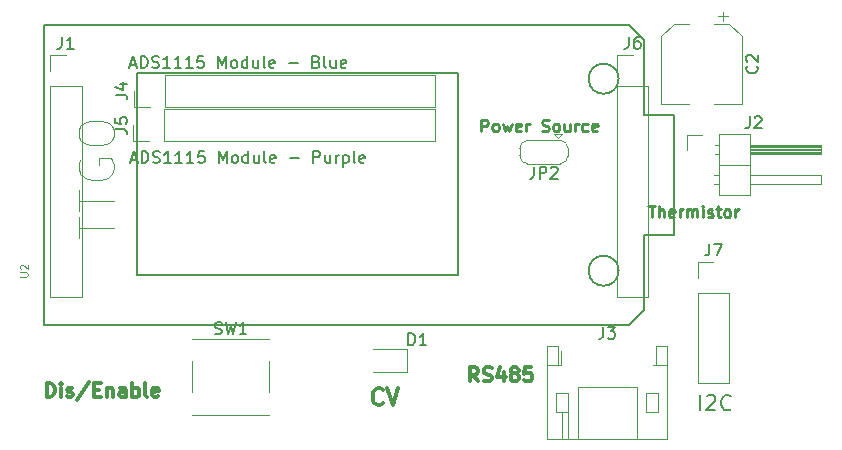
<source format=gbr>
%TF.GenerationSoftware,KiCad,Pcbnew,5.1.10*%
%TF.CreationDate,2021-11-02T12:22:44+00:00*%
%TF.ProjectId,BST900-ESP32,42535439-3030-42d4-9553-5033322e6b69,0.3*%
%TF.SameCoordinates,Original*%
%TF.FileFunction,Legend,Top*%
%TF.FilePolarity,Positive*%
%FSLAX46Y46*%
G04 Gerber Fmt 4.6, Leading zero omitted, Abs format (unit mm)*
G04 Created by KiCad (PCBNEW 5.1.10) date 2021-11-02 12:22:44*
%MOMM*%
%LPD*%
G01*
G04 APERTURE LIST*
%ADD10C,0.150000*%
%ADD11C,0.200000*%
%ADD12C,0.220000*%
%ADD13C,0.300000*%
%ADD14C,0.120000*%
%ADD15C,0.127000*%
%ADD16C,0.015000*%
G04 APERTURE END LIST*
D10*
X169205952Y-96188095D02*
X169205952Y-94888095D01*
X169763095Y-95011904D02*
X169825000Y-94950000D01*
X169948809Y-94888095D01*
X170258333Y-94888095D01*
X170382142Y-94950000D01*
X170444047Y-95011904D01*
X170505952Y-95135714D01*
X170505952Y-95259523D01*
X170444047Y-95445238D01*
X169701190Y-96188095D01*
X170505952Y-96188095D01*
X171805952Y-96064285D02*
X171744047Y-96126190D01*
X171558333Y-96188095D01*
X171434523Y-96188095D01*
X171248809Y-96126190D01*
X171125000Y-96002380D01*
X171063095Y-95878571D01*
X171001190Y-95630952D01*
X171001190Y-95445238D01*
X171063095Y-95197619D01*
X171125000Y-95073809D01*
X171248809Y-94950000D01*
X171434523Y-94888095D01*
X171558333Y-94888095D01*
X171744047Y-94950000D01*
X171805952Y-95011904D01*
D11*
X121020238Y-74966666D02*
X121496428Y-74966666D01*
X120925000Y-75252380D02*
X121258333Y-74252380D01*
X121591666Y-75252380D01*
X121925000Y-75252380D02*
X121925000Y-74252380D01*
X122163095Y-74252380D01*
X122305952Y-74300000D01*
X122401190Y-74395238D01*
X122448809Y-74490476D01*
X122496428Y-74680952D01*
X122496428Y-74823809D01*
X122448809Y-75014285D01*
X122401190Y-75109523D01*
X122305952Y-75204761D01*
X122163095Y-75252380D01*
X121925000Y-75252380D01*
X122877380Y-75204761D02*
X123020238Y-75252380D01*
X123258333Y-75252380D01*
X123353571Y-75204761D01*
X123401190Y-75157142D01*
X123448809Y-75061904D01*
X123448809Y-74966666D01*
X123401190Y-74871428D01*
X123353571Y-74823809D01*
X123258333Y-74776190D01*
X123067857Y-74728571D01*
X122972619Y-74680952D01*
X122925000Y-74633333D01*
X122877380Y-74538095D01*
X122877380Y-74442857D01*
X122925000Y-74347619D01*
X122972619Y-74300000D01*
X123067857Y-74252380D01*
X123305952Y-74252380D01*
X123448809Y-74300000D01*
X124401190Y-75252380D02*
X123829761Y-75252380D01*
X124115476Y-75252380D02*
X124115476Y-74252380D01*
X124020238Y-74395238D01*
X123925000Y-74490476D01*
X123829761Y-74538095D01*
X125353571Y-75252380D02*
X124782142Y-75252380D01*
X125067857Y-75252380D02*
X125067857Y-74252380D01*
X124972619Y-74395238D01*
X124877380Y-74490476D01*
X124782142Y-74538095D01*
X126305952Y-75252380D02*
X125734523Y-75252380D01*
X126020238Y-75252380D02*
X126020238Y-74252380D01*
X125925000Y-74395238D01*
X125829761Y-74490476D01*
X125734523Y-74538095D01*
X127210714Y-74252380D02*
X126734523Y-74252380D01*
X126686904Y-74728571D01*
X126734523Y-74680952D01*
X126829761Y-74633333D01*
X127067857Y-74633333D01*
X127163095Y-74680952D01*
X127210714Y-74728571D01*
X127258333Y-74823809D01*
X127258333Y-75061904D01*
X127210714Y-75157142D01*
X127163095Y-75204761D01*
X127067857Y-75252380D01*
X126829761Y-75252380D01*
X126734523Y-75204761D01*
X126686904Y-75157142D01*
X128448809Y-75252380D02*
X128448809Y-74252380D01*
X128782142Y-74966666D01*
X129115476Y-74252380D01*
X129115476Y-75252380D01*
X129734523Y-75252380D02*
X129639285Y-75204761D01*
X129591666Y-75157142D01*
X129544047Y-75061904D01*
X129544047Y-74776190D01*
X129591666Y-74680952D01*
X129639285Y-74633333D01*
X129734523Y-74585714D01*
X129877380Y-74585714D01*
X129972619Y-74633333D01*
X130020238Y-74680952D01*
X130067857Y-74776190D01*
X130067857Y-75061904D01*
X130020238Y-75157142D01*
X129972619Y-75204761D01*
X129877380Y-75252380D01*
X129734523Y-75252380D01*
X130925000Y-75252380D02*
X130925000Y-74252380D01*
X130925000Y-75204761D02*
X130829761Y-75252380D01*
X130639285Y-75252380D01*
X130544047Y-75204761D01*
X130496428Y-75157142D01*
X130448809Y-75061904D01*
X130448809Y-74776190D01*
X130496428Y-74680952D01*
X130544047Y-74633333D01*
X130639285Y-74585714D01*
X130829761Y-74585714D01*
X130925000Y-74633333D01*
X131829761Y-74585714D02*
X131829761Y-75252380D01*
X131401190Y-74585714D02*
X131401190Y-75109523D01*
X131448809Y-75204761D01*
X131544047Y-75252380D01*
X131686904Y-75252380D01*
X131782142Y-75204761D01*
X131829761Y-75157142D01*
X132448809Y-75252380D02*
X132353571Y-75204761D01*
X132305952Y-75109523D01*
X132305952Y-74252380D01*
X133210714Y-75204761D02*
X133115476Y-75252380D01*
X132925000Y-75252380D01*
X132829761Y-75204761D01*
X132782142Y-75109523D01*
X132782142Y-74728571D01*
X132829761Y-74633333D01*
X132925000Y-74585714D01*
X133115476Y-74585714D01*
X133210714Y-74633333D01*
X133258333Y-74728571D01*
X133258333Y-74823809D01*
X132782142Y-74919047D01*
X134448809Y-74871428D02*
X135210714Y-74871428D01*
X136448809Y-75252380D02*
X136448809Y-74252380D01*
X136829761Y-74252380D01*
X136925000Y-74300000D01*
X136972619Y-74347619D01*
X137020238Y-74442857D01*
X137020238Y-74585714D01*
X136972619Y-74680952D01*
X136925000Y-74728571D01*
X136829761Y-74776190D01*
X136448809Y-74776190D01*
X137877380Y-74585714D02*
X137877380Y-75252380D01*
X137448809Y-74585714D02*
X137448809Y-75109523D01*
X137496428Y-75204761D01*
X137591666Y-75252380D01*
X137734523Y-75252380D01*
X137829761Y-75204761D01*
X137877380Y-75157142D01*
X138353571Y-75252380D02*
X138353571Y-74585714D01*
X138353571Y-74776190D02*
X138401190Y-74680952D01*
X138448809Y-74633333D01*
X138544047Y-74585714D01*
X138639285Y-74585714D01*
X138972619Y-74585714D02*
X138972619Y-75585714D01*
X138972619Y-74633333D02*
X139067857Y-74585714D01*
X139258333Y-74585714D01*
X139353571Y-74633333D01*
X139401190Y-74680952D01*
X139448809Y-74776190D01*
X139448809Y-75061904D01*
X139401190Y-75157142D01*
X139353571Y-75204761D01*
X139258333Y-75252380D01*
X139067857Y-75252380D01*
X138972619Y-75204761D01*
X140020238Y-75252380D02*
X139925000Y-75204761D01*
X139877380Y-75109523D01*
X139877380Y-74252380D01*
X140782142Y-75204761D02*
X140686904Y-75252380D01*
X140496428Y-75252380D01*
X140401190Y-75204761D01*
X140353571Y-75109523D01*
X140353571Y-74728571D01*
X140401190Y-74633333D01*
X140496428Y-74585714D01*
X140686904Y-74585714D01*
X140782142Y-74633333D01*
X140829761Y-74728571D01*
X140829761Y-74823809D01*
X140353571Y-74919047D01*
X120957142Y-66916666D02*
X121433333Y-66916666D01*
X120861904Y-67202380D02*
X121195238Y-66202380D01*
X121528571Y-67202380D01*
X121861904Y-67202380D02*
X121861904Y-66202380D01*
X122100000Y-66202380D01*
X122242857Y-66250000D01*
X122338095Y-66345238D01*
X122385714Y-66440476D01*
X122433333Y-66630952D01*
X122433333Y-66773809D01*
X122385714Y-66964285D01*
X122338095Y-67059523D01*
X122242857Y-67154761D01*
X122100000Y-67202380D01*
X121861904Y-67202380D01*
X122814285Y-67154761D02*
X122957142Y-67202380D01*
X123195238Y-67202380D01*
X123290476Y-67154761D01*
X123338095Y-67107142D01*
X123385714Y-67011904D01*
X123385714Y-66916666D01*
X123338095Y-66821428D01*
X123290476Y-66773809D01*
X123195238Y-66726190D01*
X123004761Y-66678571D01*
X122909523Y-66630952D01*
X122861904Y-66583333D01*
X122814285Y-66488095D01*
X122814285Y-66392857D01*
X122861904Y-66297619D01*
X122909523Y-66250000D01*
X123004761Y-66202380D01*
X123242857Y-66202380D01*
X123385714Y-66250000D01*
X124338095Y-67202380D02*
X123766666Y-67202380D01*
X124052380Y-67202380D02*
X124052380Y-66202380D01*
X123957142Y-66345238D01*
X123861904Y-66440476D01*
X123766666Y-66488095D01*
X125290476Y-67202380D02*
X124719047Y-67202380D01*
X125004761Y-67202380D02*
X125004761Y-66202380D01*
X124909523Y-66345238D01*
X124814285Y-66440476D01*
X124719047Y-66488095D01*
X126242857Y-67202380D02*
X125671428Y-67202380D01*
X125957142Y-67202380D02*
X125957142Y-66202380D01*
X125861904Y-66345238D01*
X125766666Y-66440476D01*
X125671428Y-66488095D01*
X127147619Y-66202380D02*
X126671428Y-66202380D01*
X126623809Y-66678571D01*
X126671428Y-66630952D01*
X126766666Y-66583333D01*
X127004761Y-66583333D01*
X127100000Y-66630952D01*
X127147619Y-66678571D01*
X127195238Y-66773809D01*
X127195238Y-67011904D01*
X127147619Y-67107142D01*
X127100000Y-67154761D01*
X127004761Y-67202380D01*
X126766666Y-67202380D01*
X126671428Y-67154761D01*
X126623809Y-67107142D01*
X128385714Y-67202380D02*
X128385714Y-66202380D01*
X128719047Y-66916666D01*
X129052380Y-66202380D01*
X129052380Y-67202380D01*
X129671428Y-67202380D02*
X129576190Y-67154761D01*
X129528571Y-67107142D01*
X129480952Y-67011904D01*
X129480952Y-66726190D01*
X129528571Y-66630952D01*
X129576190Y-66583333D01*
X129671428Y-66535714D01*
X129814285Y-66535714D01*
X129909523Y-66583333D01*
X129957142Y-66630952D01*
X130004761Y-66726190D01*
X130004761Y-67011904D01*
X129957142Y-67107142D01*
X129909523Y-67154761D01*
X129814285Y-67202380D01*
X129671428Y-67202380D01*
X130861904Y-67202380D02*
X130861904Y-66202380D01*
X130861904Y-67154761D02*
X130766666Y-67202380D01*
X130576190Y-67202380D01*
X130480952Y-67154761D01*
X130433333Y-67107142D01*
X130385714Y-67011904D01*
X130385714Y-66726190D01*
X130433333Y-66630952D01*
X130480952Y-66583333D01*
X130576190Y-66535714D01*
X130766666Y-66535714D01*
X130861904Y-66583333D01*
X131766666Y-66535714D02*
X131766666Y-67202380D01*
X131338095Y-66535714D02*
X131338095Y-67059523D01*
X131385714Y-67154761D01*
X131480952Y-67202380D01*
X131623809Y-67202380D01*
X131719047Y-67154761D01*
X131766666Y-67107142D01*
X132385714Y-67202380D02*
X132290476Y-67154761D01*
X132242857Y-67059523D01*
X132242857Y-66202380D01*
X133147619Y-67154761D02*
X133052380Y-67202380D01*
X132861904Y-67202380D01*
X132766666Y-67154761D01*
X132719047Y-67059523D01*
X132719047Y-66678571D01*
X132766666Y-66583333D01*
X132861904Y-66535714D01*
X133052380Y-66535714D01*
X133147619Y-66583333D01*
X133195238Y-66678571D01*
X133195238Y-66773809D01*
X132719047Y-66869047D01*
X134385714Y-66821428D02*
X135147619Y-66821428D01*
X136719047Y-66678571D02*
X136861904Y-66726190D01*
X136909523Y-66773809D01*
X136957142Y-66869047D01*
X136957142Y-67011904D01*
X136909523Y-67107142D01*
X136861904Y-67154761D01*
X136766666Y-67202380D01*
X136385714Y-67202380D01*
X136385714Y-66202380D01*
X136719047Y-66202380D01*
X136814285Y-66250000D01*
X136861904Y-66297619D01*
X136909523Y-66392857D01*
X136909523Y-66488095D01*
X136861904Y-66583333D01*
X136814285Y-66630952D01*
X136719047Y-66678571D01*
X136385714Y-66678571D01*
X137528571Y-67202380D02*
X137433333Y-67154761D01*
X137385714Y-67059523D01*
X137385714Y-66202380D01*
X138338095Y-66535714D02*
X138338095Y-67202380D01*
X137909523Y-66535714D02*
X137909523Y-67059523D01*
X137957142Y-67154761D01*
X138052380Y-67202380D01*
X138195238Y-67202380D01*
X138290476Y-67154761D01*
X138338095Y-67107142D01*
X139195238Y-67154761D02*
X139100000Y-67202380D01*
X138909523Y-67202380D01*
X138814285Y-67154761D01*
X138766666Y-67059523D01*
X138766666Y-66678571D01*
X138814285Y-66583333D01*
X138909523Y-66535714D01*
X139100000Y-66535714D01*
X139195238Y-66583333D01*
X139242857Y-66678571D01*
X139242857Y-66773809D01*
X138766666Y-66869047D01*
D12*
X164816666Y-78852380D02*
X165388095Y-78852380D01*
X165102380Y-79852380D02*
X165102380Y-78852380D01*
X165721428Y-79852380D02*
X165721428Y-78852380D01*
X166150000Y-79852380D02*
X166150000Y-79328571D01*
X166102380Y-79233333D01*
X166007142Y-79185714D01*
X165864285Y-79185714D01*
X165769047Y-79233333D01*
X165721428Y-79280952D01*
X167007142Y-79804761D02*
X166911904Y-79852380D01*
X166721428Y-79852380D01*
X166626190Y-79804761D01*
X166578571Y-79709523D01*
X166578571Y-79328571D01*
X166626190Y-79233333D01*
X166721428Y-79185714D01*
X166911904Y-79185714D01*
X167007142Y-79233333D01*
X167054761Y-79328571D01*
X167054761Y-79423809D01*
X166578571Y-79519047D01*
X167483333Y-79852380D02*
X167483333Y-79185714D01*
X167483333Y-79376190D02*
X167530952Y-79280952D01*
X167578571Y-79233333D01*
X167673809Y-79185714D01*
X167769047Y-79185714D01*
X168102380Y-79852380D02*
X168102380Y-79185714D01*
X168102380Y-79280952D02*
X168150000Y-79233333D01*
X168245238Y-79185714D01*
X168388095Y-79185714D01*
X168483333Y-79233333D01*
X168530952Y-79328571D01*
X168530952Y-79852380D01*
X168530952Y-79328571D02*
X168578571Y-79233333D01*
X168673809Y-79185714D01*
X168816666Y-79185714D01*
X168911904Y-79233333D01*
X168959523Y-79328571D01*
X168959523Y-79852380D01*
X169435714Y-79852380D02*
X169435714Y-79185714D01*
X169435714Y-78852380D02*
X169388095Y-78900000D01*
X169435714Y-78947619D01*
X169483333Y-78900000D01*
X169435714Y-78852380D01*
X169435714Y-78947619D01*
X169864285Y-79804761D02*
X169959523Y-79852380D01*
X170150000Y-79852380D01*
X170245238Y-79804761D01*
X170292857Y-79709523D01*
X170292857Y-79661904D01*
X170245238Y-79566666D01*
X170150000Y-79519047D01*
X170007142Y-79519047D01*
X169911904Y-79471428D01*
X169864285Y-79376190D01*
X169864285Y-79328571D01*
X169911904Y-79233333D01*
X170007142Y-79185714D01*
X170150000Y-79185714D01*
X170245238Y-79233333D01*
X170578571Y-79185714D02*
X170959523Y-79185714D01*
X170721428Y-78852380D02*
X170721428Y-79709523D01*
X170769047Y-79804761D01*
X170864285Y-79852380D01*
X170959523Y-79852380D01*
X171435714Y-79852380D02*
X171340476Y-79804761D01*
X171292857Y-79757142D01*
X171245238Y-79661904D01*
X171245238Y-79376190D01*
X171292857Y-79280952D01*
X171340476Y-79233333D01*
X171435714Y-79185714D01*
X171578571Y-79185714D01*
X171673809Y-79233333D01*
X171721428Y-79280952D01*
X171769047Y-79376190D01*
X171769047Y-79661904D01*
X171721428Y-79757142D01*
X171673809Y-79804761D01*
X171578571Y-79852380D01*
X171435714Y-79852380D01*
X172197619Y-79852380D02*
X172197619Y-79185714D01*
X172197619Y-79376190D02*
X172245238Y-79280952D01*
X172292857Y-79233333D01*
X172388095Y-79185714D01*
X172483333Y-79185714D01*
D13*
X113885714Y-95067857D02*
X113885714Y-93867857D01*
X114171428Y-93867857D01*
X114342857Y-93925000D01*
X114457142Y-94039285D01*
X114514285Y-94153571D01*
X114571428Y-94382142D01*
X114571428Y-94553571D01*
X114514285Y-94782142D01*
X114457142Y-94896428D01*
X114342857Y-95010714D01*
X114171428Y-95067857D01*
X113885714Y-95067857D01*
X115085714Y-95067857D02*
X115085714Y-94267857D01*
X115085714Y-93867857D02*
X115028571Y-93925000D01*
X115085714Y-93982142D01*
X115142857Y-93925000D01*
X115085714Y-93867857D01*
X115085714Y-93982142D01*
X115600000Y-95010714D02*
X115714285Y-95067857D01*
X115942857Y-95067857D01*
X116057142Y-95010714D01*
X116114285Y-94896428D01*
X116114285Y-94839285D01*
X116057142Y-94725000D01*
X115942857Y-94667857D01*
X115771428Y-94667857D01*
X115657142Y-94610714D01*
X115600000Y-94496428D01*
X115600000Y-94439285D01*
X115657142Y-94325000D01*
X115771428Y-94267857D01*
X115942857Y-94267857D01*
X116057142Y-94325000D01*
X117485714Y-93810714D02*
X116457142Y-95353571D01*
X117885714Y-94439285D02*
X118285714Y-94439285D01*
X118457142Y-95067857D02*
X117885714Y-95067857D01*
X117885714Y-93867857D01*
X118457142Y-93867857D01*
X118971428Y-94267857D02*
X118971428Y-95067857D01*
X118971428Y-94382142D02*
X119028571Y-94325000D01*
X119142857Y-94267857D01*
X119314285Y-94267857D01*
X119428571Y-94325000D01*
X119485714Y-94439285D01*
X119485714Y-95067857D01*
X120571428Y-95067857D02*
X120571428Y-94439285D01*
X120514285Y-94325000D01*
X120400000Y-94267857D01*
X120171428Y-94267857D01*
X120057142Y-94325000D01*
X120571428Y-95010714D02*
X120457142Y-95067857D01*
X120171428Y-95067857D01*
X120057142Y-95010714D01*
X120000000Y-94896428D01*
X120000000Y-94782142D01*
X120057142Y-94667857D01*
X120171428Y-94610714D01*
X120457142Y-94610714D01*
X120571428Y-94553571D01*
X121142857Y-95067857D02*
X121142857Y-93867857D01*
X121142857Y-94325000D02*
X121257142Y-94267857D01*
X121485714Y-94267857D01*
X121600000Y-94325000D01*
X121657142Y-94382142D01*
X121714285Y-94496428D01*
X121714285Y-94839285D01*
X121657142Y-94953571D01*
X121600000Y-95010714D01*
X121485714Y-95067857D01*
X121257142Y-95067857D01*
X121142857Y-95010714D01*
X122400000Y-95067857D02*
X122285714Y-95010714D01*
X122228571Y-94896428D01*
X122228571Y-93867857D01*
X123314285Y-95010714D02*
X123200000Y-95067857D01*
X122971428Y-95067857D01*
X122857142Y-95010714D01*
X122800000Y-94896428D01*
X122800000Y-94439285D01*
X122857142Y-94325000D01*
X122971428Y-94267857D01*
X123200000Y-94267857D01*
X123314285Y-94325000D01*
X123371428Y-94439285D01*
X123371428Y-94553571D01*
X122800000Y-94667857D01*
X142333333Y-95600000D02*
X142266666Y-95666666D01*
X142066666Y-95733333D01*
X141933333Y-95733333D01*
X141733333Y-95666666D01*
X141600000Y-95533333D01*
X141533333Y-95400000D01*
X141466666Y-95133333D01*
X141466666Y-94933333D01*
X141533333Y-94666666D01*
X141600000Y-94533333D01*
X141733333Y-94400000D01*
X141933333Y-94333333D01*
X142066666Y-94333333D01*
X142266666Y-94400000D01*
X142333333Y-94466666D01*
X142733333Y-94333333D02*
X143200000Y-95733333D01*
X143666666Y-94333333D01*
X150410714Y-93742857D02*
X150010714Y-93171428D01*
X149725000Y-93742857D02*
X149725000Y-92542857D01*
X150182142Y-92542857D01*
X150296428Y-92600000D01*
X150353571Y-92657142D01*
X150410714Y-92771428D01*
X150410714Y-92942857D01*
X150353571Y-93057142D01*
X150296428Y-93114285D01*
X150182142Y-93171428D01*
X149725000Y-93171428D01*
X150867857Y-93685714D02*
X151039285Y-93742857D01*
X151325000Y-93742857D01*
X151439285Y-93685714D01*
X151496428Y-93628571D01*
X151553571Y-93514285D01*
X151553571Y-93400000D01*
X151496428Y-93285714D01*
X151439285Y-93228571D01*
X151325000Y-93171428D01*
X151096428Y-93114285D01*
X150982142Y-93057142D01*
X150925000Y-93000000D01*
X150867857Y-92885714D01*
X150867857Y-92771428D01*
X150925000Y-92657142D01*
X150982142Y-92600000D01*
X151096428Y-92542857D01*
X151382142Y-92542857D01*
X151553571Y-92600000D01*
X152582142Y-92942857D02*
X152582142Y-93742857D01*
X152296428Y-92485714D02*
X152010714Y-93342857D01*
X152753571Y-93342857D01*
X153382142Y-93057142D02*
X153267857Y-93000000D01*
X153210714Y-92942857D01*
X153153571Y-92828571D01*
X153153571Y-92771428D01*
X153210714Y-92657142D01*
X153267857Y-92600000D01*
X153382142Y-92542857D01*
X153610714Y-92542857D01*
X153725000Y-92600000D01*
X153782142Y-92657142D01*
X153839285Y-92771428D01*
X153839285Y-92828571D01*
X153782142Y-92942857D01*
X153725000Y-93000000D01*
X153610714Y-93057142D01*
X153382142Y-93057142D01*
X153267857Y-93114285D01*
X153210714Y-93171428D01*
X153153571Y-93285714D01*
X153153571Y-93514285D01*
X153210714Y-93628571D01*
X153267857Y-93685714D01*
X153382142Y-93742857D01*
X153610714Y-93742857D01*
X153725000Y-93685714D01*
X153782142Y-93628571D01*
X153839285Y-93514285D01*
X153839285Y-93285714D01*
X153782142Y-93171428D01*
X153725000Y-93114285D01*
X153610714Y-93057142D01*
X154925000Y-92542857D02*
X154353571Y-92542857D01*
X154296428Y-93114285D01*
X154353571Y-93057142D01*
X154467857Y-93000000D01*
X154753571Y-93000000D01*
X154867857Y-93057142D01*
X154925000Y-93114285D01*
X154982142Y-93228571D01*
X154982142Y-93514285D01*
X154925000Y-93628571D01*
X154867857Y-93685714D01*
X154753571Y-93742857D01*
X154467857Y-93742857D01*
X154353571Y-93685714D01*
X154296428Y-93628571D01*
D12*
X150670238Y-72577380D02*
X150670238Y-71577380D01*
X151051190Y-71577380D01*
X151146428Y-71625000D01*
X151194047Y-71672619D01*
X151241666Y-71767857D01*
X151241666Y-71910714D01*
X151194047Y-72005952D01*
X151146428Y-72053571D01*
X151051190Y-72101190D01*
X150670238Y-72101190D01*
X151813095Y-72577380D02*
X151717857Y-72529761D01*
X151670238Y-72482142D01*
X151622619Y-72386904D01*
X151622619Y-72101190D01*
X151670238Y-72005952D01*
X151717857Y-71958333D01*
X151813095Y-71910714D01*
X151955952Y-71910714D01*
X152051190Y-71958333D01*
X152098809Y-72005952D01*
X152146428Y-72101190D01*
X152146428Y-72386904D01*
X152098809Y-72482142D01*
X152051190Y-72529761D01*
X151955952Y-72577380D01*
X151813095Y-72577380D01*
X152479761Y-71910714D02*
X152670238Y-72577380D01*
X152860714Y-72101190D01*
X153051190Y-72577380D01*
X153241666Y-71910714D01*
X154003571Y-72529761D02*
X153908333Y-72577380D01*
X153717857Y-72577380D01*
X153622619Y-72529761D01*
X153575000Y-72434523D01*
X153575000Y-72053571D01*
X153622619Y-71958333D01*
X153717857Y-71910714D01*
X153908333Y-71910714D01*
X154003571Y-71958333D01*
X154051190Y-72053571D01*
X154051190Y-72148809D01*
X153575000Y-72244047D01*
X154479761Y-72577380D02*
X154479761Y-71910714D01*
X154479761Y-72101190D02*
X154527380Y-72005952D01*
X154575000Y-71958333D01*
X154670238Y-71910714D01*
X154765476Y-71910714D01*
X155813095Y-72529761D02*
X155955952Y-72577380D01*
X156194047Y-72577380D01*
X156289285Y-72529761D01*
X156336904Y-72482142D01*
X156384523Y-72386904D01*
X156384523Y-72291666D01*
X156336904Y-72196428D01*
X156289285Y-72148809D01*
X156194047Y-72101190D01*
X156003571Y-72053571D01*
X155908333Y-72005952D01*
X155860714Y-71958333D01*
X155813095Y-71863095D01*
X155813095Y-71767857D01*
X155860714Y-71672619D01*
X155908333Y-71625000D01*
X156003571Y-71577380D01*
X156241666Y-71577380D01*
X156384523Y-71625000D01*
X156955952Y-72577380D02*
X156860714Y-72529761D01*
X156813095Y-72482142D01*
X156765476Y-72386904D01*
X156765476Y-72101190D01*
X156813095Y-72005952D01*
X156860714Y-71958333D01*
X156955952Y-71910714D01*
X157098809Y-71910714D01*
X157194047Y-71958333D01*
X157241666Y-72005952D01*
X157289285Y-72101190D01*
X157289285Y-72386904D01*
X157241666Y-72482142D01*
X157194047Y-72529761D01*
X157098809Y-72577380D01*
X156955952Y-72577380D01*
X158146428Y-71910714D02*
X158146428Y-72577380D01*
X157717857Y-71910714D02*
X157717857Y-72434523D01*
X157765476Y-72529761D01*
X157860714Y-72577380D01*
X158003571Y-72577380D01*
X158098809Y-72529761D01*
X158146428Y-72482142D01*
X158622619Y-72577380D02*
X158622619Y-71910714D01*
X158622619Y-72101190D02*
X158670238Y-72005952D01*
X158717857Y-71958333D01*
X158813095Y-71910714D01*
X158908333Y-71910714D01*
X159670238Y-72529761D02*
X159575000Y-72577380D01*
X159384523Y-72577380D01*
X159289285Y-72529761D01*
X159241666Y-72482142D01*
X159194047Y-72386904D01*
X159194047Y-72101190D01*
X159241666Y-72005952D01*
X159289285Y-71958333D01*
X159384523Y-71910714D01*
X159575000Y-71910714D01*
X159670238Y-71958333D01*
X160479761Y-72529761D02*
X160384523Y-72577380D01*
X160194047Y-72577380D01*
X160098809Y-72529761D01*
X160051190Y-72434523D01*
X160051190Y-72053571D01*
X160098809Y-71958333D01*
X160194047Y-71910714D01*
X160384523Y-71910714D01*
X160479761Y-71958333D01*
X160527380Y-72053571D01*
X160527380Y-72148809D01*
X160051190Y-72244047D01*
D14*
%TO.C,D1*%
X141500000Y-92960000D02*
X144360000Y-92960000D01*
X144360000Y-92960000D02*
X144360000Y-91040000D01*
X144360000Y-91040000D02*
X141500000Y-91040000D01*
%TO.C,J1*%
X114170000Y-86560000D02*
X116830000Y-86560000D01*
X114170000Y-68720000D02*
X114170000Y-86560000D01*
X116830000Y-68720000D02*
X116830000Y-86560000D01*
X114170000Y-68720000D02*
X116830000Y-68720000D01*
X114170000Y-67450000D02*
X114170000Y-66120000D01*
X114170000Y-66120000D02*
X115500000Y-66120000D01*
%TO.C,J4*%
X146780000Y-70480000D02*
X146780000Y-67820000D01*
X123860000Y-70480000D02*
X146780000Y-70480000D01*
X123860000Y-67820000D02*
X146780000Y-67820000D01*
X123860000Y-70480000D02*
X123860000Y-67820000D01*
X122590000Y-70480000D02*
X121260000Y-70480000D01*
X121260000Y-70480000D02*
X121260000Y-69150000D01*
%TO.C,J6*%
X162170000Y-86560000D02*
X164830000Y-86560000D01*
X162170000Y-68720000D02*
X162170000Y-86560000D01*
X164830000Y-68720000D02*
X164830000Y-86560000D01*
X162170000Y-68720000D02*
X164830000Y-68720000D01*
X162170000Y-67450000D02*
X162170000Y-66120000D01*
X162170000Y-66120000D02*
X163500000Y-66120000D01*
%TO.C,J5*%
X146740000Y-73380000D02*
X146740000Y-70720000D01*
X123820000Y-73380000D02*
X146740000Y-73380000D01*
X123820000Y-70720000D02*
X146740000Y-70720000D01*
X123820000Y-73380000D02*
X123820000Y-70720000D01*
X122550000Y-73380000D02*
X121220000Y-73380000D01*
X121220000Y-73380000D02*
X121220000Y-72050000D01*
D15*
%TO.C,U2*%
X167000000Y-71170000D02*
X167000000Y-81330000D01*
X167000000Y-81330000D02*
X164460000Y-81330000D01*
X164460000Y-81330000D02*
X164460000Y-87680000D01*
X164460000Y-87680000D02*
X163190000Y-88950000D01*
X163190000Y-88950000D02*
X113660000Y-88950000D01*
X113660000Y-88950000D02*
X113660000Y-63550000D01*
X113660000Y-63550000D02*
X163190000Y-63550000D01*
X163190000Y-63550000D02*
X164460000Y-64820000D01*
X164460000Y-64820000D02*
X164460000Y-71170000D01*
X164460000Y-71170000D02*
X167000000Y-71170000D01*
X162301000Y-84378000D02*
G75*
G03*
X162301000Y-84378000I-1270000J0D01*
G01*
X162301000Y-68122000D02*
G75*
G03*
X162301000Y-68122000I-1270000J0D01*
G01*
X121534000Y-84759000D02*
X121534000Y-67614000D01*
X121534000Y-67614000D02*
X148712000Y-67614000D01*
X148712000Y-67614000D02*
X148712000Y-84759000D01*
X148712000Y-84759000D02*
X121534000Y-84759000D01*
D14*
%TO.C,C2*%
X165890000Y-70285000D02*
X168240000Y-70285000D01*
X172710000Y-70285000D02*
X170360000Y-70285000D01*
X172710000Y-64529437D02*
X172710000Y-70285000D01*
X165890000Y-64529437D02*
X165890000Y-70285000D01*
X166954437Y-63465000D02*
X168240000Y-63465000D01*
X171645563Y-63465000D02*
X170360000Y-63465000D01*
X171645563Y-63465000D02*
X172710000Y-64529437D01*
X166954437Y-63465000D02*
X165890000Y-64529437D01*
X171147500Y-62437500D02*
X171147500Y-63225000D01*
X171541250Y-62831250D02*
X170753750Y-62831250D01*
%TO.C,JP2*%
X157175000Y-73125000D02*
X156875000Y-72825000D01*
X157475000Y-72825000D02*
X156875000Y-72825000D01*
X157175000Y-73125000D02*
X157475000Y-72825000D01*
X158025000Y-74025000D02*
X158025000Y-74625000D01*
X154575000Y-73325000D02*
X157375000Y-73325000D01*
X153925000Y-74625000D02*
X153925000Y-74025000D01*
X157375000Y-75325000D02*
X154575000Y-75325000D01*
X158025000Y-74625000D02*
G75*
G02*
X157325000Y-75325000I-700000J0D01*
G01*
X157325000Y-73325000D02*
G75*
G02*
X158025000Y-74025000I0J-700000D01*
G01*
X153925000Y-74025000D02*
G75*
G02*
X154625000Y-73325000I700000J0D01*
G01*
X154625000Y-75325000D02*
G75*
G02*
X153925000Y-74625000I0J700000D01*
G01*
%TO.C,J2*%
X170790000Y-72795000D02*
X170790000Y-77995000D01*
X170790000Y-77995000D02*
X173450000Y-77995000D01*
X173450000Y-77995000D02*
X173450000Y-72795000D01*
X173450000Y-72795000D02*
X170790000Y-72795000D01*
X173450000Y-73745000D02*
X179450000Y-73745000D01*
X179450000Y-73745000D02*
X179450000Y-74505000D01*
X179450000Y-74505000D02*
X173450000Y-74505000D01*
X173450000Y-73805000D02*
X179450000Y-73805000D01*
X173450000Y-73925000D02*
X179450000Y-73925000D01*
X173450000Y-74045000D02*
X179450000Y-74045000D01*
X173450000Y-74165000D02*
X179450000Y-74165000D01*
X173450000Y-74285000D02*
X179450000Y-74285000D01*
X173450000Y-74405000D02*
X179450000Y-74405000D01*
X170460000Y-73745000D02*
X170790000Y-73745000D01*
X170460000Y-74505000D02*
X170790000Y-74505000D01*
X170790000Y-75395000D02*
X173450000Y-75395000D01*
X173450000Y-76285000D02*
X179450000Y-76285000D01*
X179450000Y-76285000D02*
X179450000Y-77045000D01*
X179450000Y-77045000D02*
X173450000Y-77045000D01*
X170392929Y-76285000D02*
X170790000Y-76285000D01*
X170392929Y-77045000D02*
X170790000Y-77045000D01*
X168080000Y-74125000D02*
X168080000Y-72855000D01*
X168080000Y-72855000D02*
X169350000Y-72855000D01*
%TO.C,J3*%
X157465000Y-92365000D02*
X157185000Y-92365000D01*
X157185000Y-92365000D02*
X157185000Y-90765000D01*
X157185000Y-90765000D02*
X156265000Y-90765000D01*
X156265000Y-90765000D02*
X156265000Y-98585000D01*
X156265000Y-98585000D02*
X166385000Y-98585000D01*
X166385000Y-98585000D02*
X166385000Y-90765000D01*
X166385000Y-90765000D02*
X165465000Y-90765000D01*
X165465000Y-90765000D02*
X165465000Y-92365000D01*
X165465000Y-92365000D02*
X165185000Y-92365000D01*
X158825000Y-98585000D02*
X158825000Y-94225000D01*
X158825000Y-94225000D02*
X163825000Y-94225000D01*
X163825000Y-94225000D02*
X163825000Y-98585000D01*
X156265000Y-92365000D02*
X157185000Y-92365000D01*
X166385000Y-92365000D02*
X165465000Y-92365000D01*
X157025000Y-94725000D02*
X157025000Y-96325000D01*
X157025000Y-96325000D02*
X158025000Y-96325000D01*
X158025000Y-96325000D02*
X158025000Y-94725000D01*
X158025000Y-94725000D02*
X157025000Y-94725000D01*
X165625000Y-94725000D02*
X165625000Y-96325000D01*
X165625000Y-96325000D02*
X164625000Y-96325000D01*
X164625000Y-96325000D02*
X164625000Y-94725000D01*
X164625000Y-94725000D02*
X165625000Y-94725000D01*
X158025000Y-96325000D02*
X158025000Y-98585000D01*
X157525000Y-96325000D02*
X157525000Y-98585000D01*
X157465000Y-92365000D02*
X157465000Y-91150000D01*
%TO.C,SW1*%
X132680000Y-90120000D02*
X132680000Y-90150000D01*
X132680000Y-96580000D02*
X132680000Y-96550000D01*
X126220000Y-96580000D02*
X126220000Y-96550000D01*
X126220000Y-90150000D02*
X126220000Y-90120000D01*
X132680000Y-92050000D02*
X132680000Y-94650000D01*
X126220000Y-90120000D02*
X132680000Y-90120000D01*
X126220000Y-92050000D02*
X126220000Y-94650000D01*
X126220000Y-96580000D02*
X132680000Y-96580000D01*
%TO.C,J7*%
X168995000Y-83620000D02*
X170325000Y-83620000D01*
X168995000Y-84950000D02*
X168995000Y-83620000D01*
X168995000Y-86220000D02*
X171655000Y-86220000D01*
X171655000Y-86220000D02*
X171655000Y-93900000D01*
X168995000Y-86220000D02*
X168995000Y-93900000D01*
X168995000Y-93900000D02*
X171655000Y-93900000D01*
%TO.C,D1*%
D10*
X144511904Y-90677380D02*
X144511904Y-89677380D01*
X144750000Y-89677380D01*
X144892857Y-89725000D01*
X144988095Y-89820238D01*
X145035714Y-89915476D01*
X145083333Y-90105952D01*
X145083333Y-90248809D01*
X145035714Y-90439285D01*
X144988095Y-90534523D01*
X144892857Y-90629761D01*
X144750000Y-90677380D01*
X144511904Y-90677380D01*
X146035714Y-90677380D02*
X145464285Y-90677380D01*
X145750000Y-90677380D02*
X145750000Y-89677380D01*
X145654761Y-89820238D01*
X145559523Y-89915476D01*
X145464285Y-89963095D01*
%TO.C,J1*%
X115166666Y-64572380D02*
X115166666Y-65286666D01*
X115119047Y-65429523D01*
X115023809Y-65524761D01*
X114880952Y-65572380D01*
X114785714Y-65572380D01*
X116166666Y-65572380D02*
X115595238Y-65572380D01*
X115880952Y-65572380D02*
X115880952Y-64572380D01*
X115785714Y-64715238D01*
X115690476Y-64810476D01*
X115595238Y-64858095D01*
%TO.C,J4*%
X119712380Y-69483333D02*
X120426666Y-69483333D01*
X120569523Y-69530952D01*
X120664761Y-69626190D01*
X120712380Y-69769047D01*
X120712380Y-69864285D01*
X120045714Y-68578571D02*
X120712380Y-68578571D01*
X119664761Y-68816666D02*
X120379047Y-69054761D01*
X120379047Y-68435714D01*
%TO.C,J6*%
X163166666Y-64572380D02*
X163166666Y-65286666D01*
X163119047Y-65429523D01*
X163023809Y-65524761D01*
X162880952Y-65572380D01*
X162785714Y-65572380D01*
X164071428Y-64572380D02*
X163880952Y-64572380D01*
X163785714Y-64620000D01*
X163738095Y-64667619D01*
X163642857Y-64810476D01*
X163595238Y-65000952D01*
X163595238Y-65381904D01*
X163642857Y-65477142D01*
X163690476Y-65524761D01*
X163785714Y-65572380D01*
X163976190Y-65572380D01*
X164071428Y-65524761D01*
X164119047Y-65477142D01*
X164166666Y-65381904D01*
X164166666Y-65143809D01*
X164119047Y-65048571D01*
X164071428Y-65000952D01*
X163976190Y-64953333D01*
X163785714Y-64953333D01*
X163690476Y-65000952D01*
X163642857Y-65048571D01*
X163595238Y-65143809D01*
%TO.C,J5*%
X119672380Y-72383333D02*
X120386666Y-72383333D01*
X120529523Y-72430952D01*
X120624761Y-72526190D01*
X120672380Y-72669047D01*
X120672380Y-72764285D01*
X119672380Y-71430952D02*
X119672380Y-71907142D01*
X120148571Y-71954761D01*
X120100952Y-71907142D01*
X120053333Y-71811904D01*
X120053333Y-71573809D01*
X120100952Y-71478571D01*
X120148571Y-71430952D01*
X120243809Y-71383333D01*
X120481904Y-71383333D01*
X120577142Y-71430952D01*
X120624761Y-71478571D01*
X120672380Y-71573809D01*
X120672380Y-71811904D01*
X120624761Y-71907142D01*
X120577142Y-71954761D01*
%TO.C,U2*%
D16*
X111633123Y-84865619D02*
X112151219Y-84865619D01*
X112212171Y-84835142D01*
X112242647Y-84804666D01*
X112273123Y-84743714D01*
X112273123Y-84621809D01*
X112242647Y-84560857D01*
X112212171Y-84530380D01*
X112151219Y-84499904D01*
X111633123Y-84499904D01*
X111694076Y-84225619D02*
X111663600Y-84195142D01*
X111633123Y-84134190D01*
X111633123Y-83981809D01*
X111663600Y-83920857D01*
X111694076Y-83890380D01*
X111755028Y-83859904D01*
X111815980Y-83859904D01*
X111907409Y-83890380D01*
X112273123Y-84256095D01*
X112273123Y-83859904D01*
X116589142Y-81575428D02*
X116589142Y-79861142D01*
X119589142Y-80718285D02*
X116589142Y-80718285D01*
X116589142Y-79289714D02*
X116589142Y-77575428D01*
X119589142Y-78432571D02*
X116589142Y-78432571D01*
X116732000Y-75004000D02*
X116589142Y-75289714D01*
X116589142Y-75718285D01*
X116732000Y-76146857D01*
X117017714Y-76432571D01*
X117303428Y-76575428D01*
X117874857Y-76718285D01*
X118303428Y-76718285D01*
X118874857Y-76575428D01*
X119160571Y-76432571D01*
X119446285Y-76146857D01*
X119589142Y-75718285D01*
X119589142Y-75432571D01*
X119446285Y-75004000D01*
X119303428Y-74861142D01*
X118303428Y-74861142D01*
X118303428Y-75432571D01*
X116589142Y-73004000D02*
X116589142Y-72432571D01*
X116732000Y-72146857D01*
X117017714Y-71861142D01*
X117589142Y-71718285D01*
X118589142Y-71718285D01*
X119160571Y-71861142D01*
X119446285Y-72146857D01*
X119589142Y-72432571D01*
X119589142Y-73004000D01*
X119446285Y-73289714D01*
X119160571Y-73575428D01*
X118589142Y-73718285D01*
X117589142Y-73718285D01*
X117017714Y-73575428D01*
X116732000Y-73289714D01*
X116589142Y-73004000D01*
%TO.C,C2*%
D10*
X174007142Y-67041666D02*
X174054761Y-67089285D01*
X174102380Y-67232142D01*
X174102380Y-67327380D01*
X174054761Y-67470238D01*
X173959523Y-67565476D01*
X173864285Y-67613095D01*
X173673809Y-67660714D01*
X173530952Y-67660714D01*
X173340476Y-67613095D01*
X173245238Y-67565476D01*
X173150000Y-67470238D01*
X173102380Y-67327380D01*
X173102380Y-67232142D01*
X173150000Y-67089285D01*
X173197619Y-67041666D01*
X173197619Y-66660714D02*
X173150000Y-66613095D01*
X173102380Y-66517857D01*
X173102380Y-66279761D01*
X173150000Y-66184523D01*
X173197619Y-66136904D01*
X173292857Y-66089285D01*
X173388095Y-66089285D01*
X173530952Y-66136904D01*
X174102380Y-66708333D01*
X174102380Y-66089285D01*
%TO.C,JP2*%
X155141666Y-75577380D02*
X155141666Y-76291666D01*
X155094047Y-76434523D01*
X154998809Y-76529761D01*
X154855952Y-76577380D01*
X154760714Y-76577380D01*
X155617857Y-76577380D02*
X155617857Y-75577380D01*
X155998809Y-75577380D01*
X156094047Y-75625000D01*
X156141666Y-75672619D01*
X156189285Y-75767857D01*
X156189285Y-75910714D01*
X156141666Y-76005952D01*
X156094047Y-76053571D01*
X155998809Y-76101190D01*
X155617857Y-76101190D01*
X156570238Y-75672619D02*
X156617857Y-75625000D01*
X156713095Y-75577380D01*
X156951190Y-75577380D01*
X157046428Y-75625000D01*
X157094047Y-75672619D01*
X157141666Y-75767857D01*
X157141666Y-75863095D01*
X157094047Y-76005952D01*
X156522619Y-76577380D01*
X157141666Y-76577380D01*
%TO.C,J2*%
X173401666Y-71307380D02*
X173401666Y-72021666D01*
X173354047Y-72164523D01*
X173258809Y-72259761D01*
X173115952Y-72307380D01*
X173020714Y-72307380D01*
X173830238Y-71402619D02*
X173877857Y-71355000D01*
X173973095Y-71307380D01*
X174211190Y-71307380D01*
X174306428Y-71355000D01*
X174354047Y-71402619D01*
X174401666Y-71497857D01*
X174401666Y-71593095D01*
X174354047Y-71735952D01*
X173782619Y-72307380D01*
X174401666Y-72307380D01*
%TO.C,J3*%
X160991666Y-89127380D02*
X160991666Y-89841666D01*
X160944047Y-89984523D01*
X160848809Y-90079761D01*
X160705952Y-90127380D01*
X160610714Y-90127380D01*
X161372619Y-89127380D02*
X161991666Y-89127380D01*
X161658333Y-89508333D01*
X161801190Y-89508333D01*
X161896428Y-89555952D01*
X161944047Y-89603571D01*
X161991666Y-89698809D01*
X161991666Y-89936904D01*
X161944047Y-90032142D01*
X161896428Y-90079761D01*
X161801190Y-90127380D01*
X161515476Y-90127380D01*
X161420238Y-90079761D01*
X161372619Y-90032142D01*
%TO.C,SW1*%
X128116666Y-89704761D02*
X128259523Y-89752380D01*
X128497619Y-89752380D01*
X128592857Y-89704761D01*
X128640476Y-89657142D01*
X128688095Y-89561904D01*
X128688095Y-89466666D01*
X128640476Y-89371428D01*
X128592857Y-89323809D01*
X128497619Y-89276190D01*
X128307142Y-89228571D01*
X128211904Y-89180952D01*
X128164285Y-89133333D01*
X128116666Y-89038095D01*
X128116666Y-88942857D01*
X128164285Y-88847619D01*
X128211904Y-88800000D01*
X128307142Y-88752380D01*
X128545238Y-88752380D01*
X128688095Y-88800000D01*
X129021428Y-88752380D02*
X129259523Y-89752380D01*
X129450000Y-89038095D01*
X129640476Y-89752380D01*
X129878571Y-88752380D01*
X130783333Y-89752380D02*
X130211904Y-89752380D01*
X130497619Y-89752380D02*
X130497619Y-88752380D01*
X130402380Y-88895238D01*
X130307142Y-88990476D01*
X130211904Y-89038095D01*
%TO.C,J7*%
X169991666Y-82072380D02*
X169991666Y-82786666D01*
X169944047Y-82929523D01*
X169848809Y-83024761D01*
X169705952Y-83072380D01*
X169610714Y-83072380D01*
X170372619Y-82072380D02*
X171039285Y-82072380D01*
X170610714Y-83072380D01*
%TD*%
M02*

</source>
